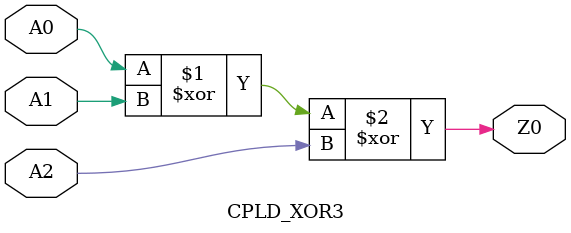
<source format=v>
module CPLD_XOR3 (Z0, A0, A1, A2);

    input  A0;
    input  A1;
    input  A2;

    output  Z0;

    xor INST1 (Z0, A0, A1, A2);

endmodule

</source>
